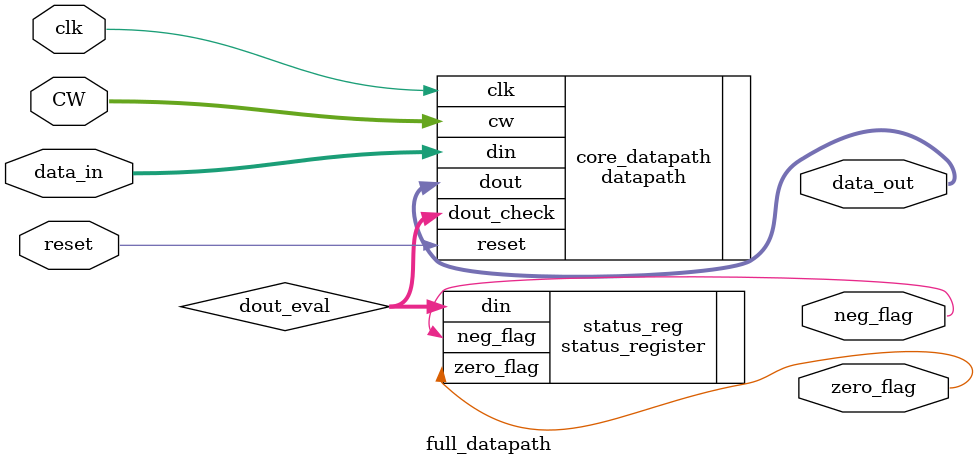
<source format=sv>
module full_datapath(
	input [7:0]data_in,
	input clk,
	input reset,
	input [15:0]CW,
	output zero_flag,
	output neg_flag,
	output [7:0]data_out
);
						  	  
logic [7:0]dout_eval;
						  
datapath core_datapath(.din(data_in), .clk(clk), .reset(reset), .cw(CW), .dout_check(dout_eval), .dout(data_out));
status_register status_reg(.din(dout_eval), .zero_flag(zero_flag), .neg_flag(neg_flag));

						  
endmodule
</source>
